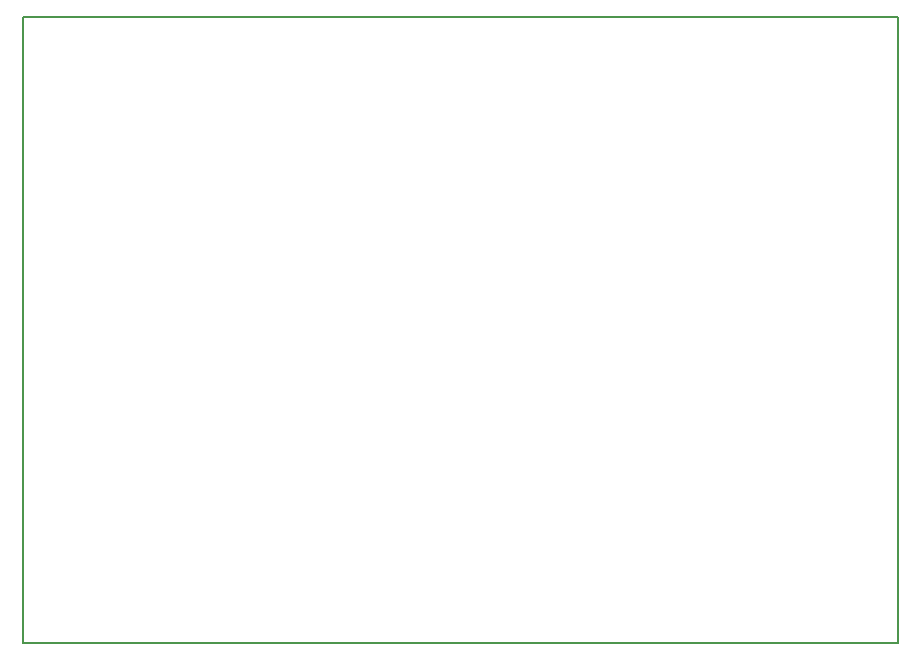
<source format=gm1>
G04 MADE WITH FRITZING*
G04 WWW.FRITZING.ORG*
G04 DOUBLE SIDED*
G04 HOLES PLATED*
G04 CONTOUR ON CENTER OF CONTOUR VECTOR*
%ASAXBY*%
%FSLAX23Y23*%
%MOIN*%
%OFA0B0*%
%SFA1.0B1.0*%
%ADD10R,2.925060X2.096320*%
%ADD11C,0.008000*%
%ADD10C,0.008*%
%LNCONTOUR*%
G90*
G70*
G54D10*
G54D11*
X4Y2092D02*
X2921Y2092D01*
X2921Y4D01*
X4Y4D01*
X4Y2092D01*
D02*
G04 End of contour*
M02*
</source>
